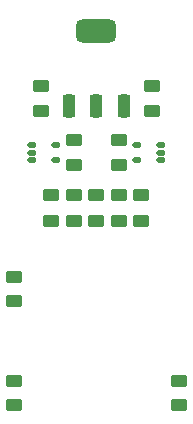
<source format=gtp>
G04 Layer_Color=8421504*
%FSLAX44Y44*%
%MOMM*%
G71*
G01*
G75*
G04:AMPARAMS|DCode=10|XSize=1.4mm|YSize=1mm|CornerRadius=0.125mm|HoleSize=0mm|Usage=FLASHONLY|Rotation=0.000|XOffset=0mm|YOffset=0mm|HoleType=Round|Shape=RoundedRectangle|*
%AMROUNDEDRECTD10*
21,1,1.4000,0.7500,0,0,0.0*
21,1,1.1500,1.0000,0,0,0.0*
1,1,0.2500,0.5750,-0.3750*
1,1,0.2500,-0.5750,-0.3750*
1,1,0.2500,-0.5750,0.3750*
1,1,0.2500,0.5750,0.3750*
%
%ADD10ROUNDEDRECTD10*%
G04:AMPARAMS|DCode=11|XSize=0.4572mm|YSize=0.762mm|CornerRadius=0.1143mm|HoleSize=0mm|Usage=FLASHONLY|Rotation=90.000|XOffset=0mm|YOffset=0mm|HoleType=Round|Shape=RoundedRectangle|*
%AMROUNDEDRECTD11*
21,1,0.4572,0.5334,0,0,90.0*
21,1,0.2286,0.7620,0,0,90.0*
1,1,0.2286,0.2667,0.1143*
1,1,0.2286,0.2667,-0.1143*
1,1,0.2286,-0.2667,-0.1143*
1,1,0.2286,-0.2667,0.1143*
%
%ADD11ROUNDEDRECTD11*%
G04:AMPARAMS|DCode=12|XSize=3.4mm|YSize=1.95mm|CornerRadius=0.4875mm|HoleSize=0mm|Usage=FLASHONLY|Rotation=0.000|XOffset=0mm|YOffset=0mm|HoleType=Round|Shape=RoundedRectangle|*
%AMROUNDEDRECTD12*
21,1,3.4000,0.9750,0,0,0.0*
21,1,2.4250,1.9500,0,0,0.0*
1,1,0.9750,1.2125,-0.4875*
1,1,0.9750,-1.2125,-0.4875*
1,1,0.9750,-1.2125,0.4875*
1,1,0.9750,1.2125,0.4875*
%
%ADD12ROUNDEDRECTD12*%
G04:AMPARAMS|DCode=13|XSize=1.1mm|YSize=1.95mm|CornerRadius=0.275mm|HoleSize=0mm|Usage=FLASHONLY|Rotation=0.000|XOffset=0mm|YOffset=0mm|HoleType=Round|Shape=RoundedRectangle|*
%AMROUNDEDRECTD13*
21,1,1.1000,1.4000,0,0,0.0*
21,1,0.5500,1.9500,0,0,0.0*
1,1,0.5500,0.2750,-0.7000*
1,1,0.5500,-0.2750,-0.7000*
1,1,0.5500,-0.2750,0.7000*
1,1,0.5500,0.2750,0.7000*
%
%ADD13ROUNDEDRECTD13*%
D10*
X110490Y226568D02*
D03*
Y248412D02*
D03*
X91440Y201422D02*
D03*
Y179578D02*
D03*
X110490D02*
D03*
Y201422D02*
D03*
X129540D02*
D03*
Y179578D02*
D03*
X161290Y44450D02*
D03*
Y24130D02*
D03*
X21590Y44450D02*
D03*
Y24130D02*
D03*
X72390Y201422D02*
D03*
Y179578D02*
D03*
X21590Y111760D02*
D03*
Y132080D02*
D03*
X53340Y201422D02*
D03*
Y179578D02*
D03*
X72390Y226568D02*
D03*
Y248412D02*
D03*
X44450Y272288D02*
D03*
Y294132D02*
D03*
X138430Y272288D02*
D03*
Y294132D02*
D03*
D11*
X145796Y230886D02*
D03*
X145796Y237490D02*
D03*
X145796Y244094D02*
D03*
X125984D02*
D03*
Y230886D02*
D03*
X56896Y244094D02*
D03*
Y230886D02*
D03*
X37084D02*
D03*
X37084Y237490D02*
D03*
X37084Y244094D02*
D03*
D12*
X91440Y340610D02*
D03*
D13*
X114440Y276610D02*
D03*
X91440D02*
D03*
X68440D02*
D03*
M02*

</source>
